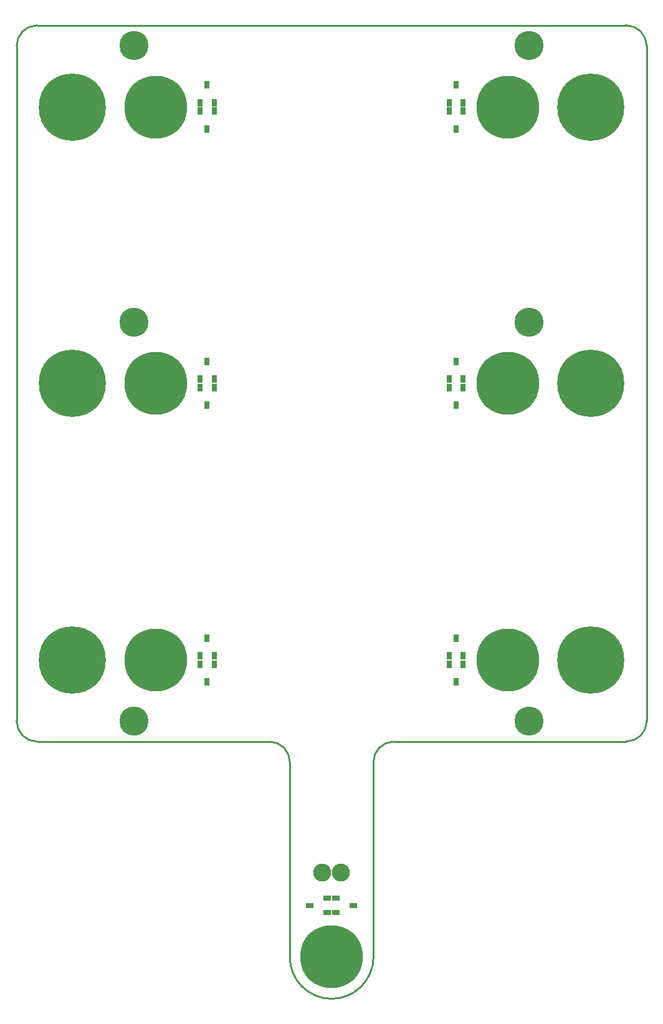
<source format=gbs>
G04 #@! TF.FileFunction,Soldermask,Bot*
%FSLAX46Y46*%
G04 Gerber Fmt 4.6, Leading zero omitted, Abs format (unit mm)*
G04 Created by KiCad (PCBNEW 0.201508110901+6083~28~ubuntu14.04.1-product) date Wed 12 Aug 2015 09:29:52 AM EDT*
%MOMM*%
G01*
G04 APERTURE LIST*
%ADD10C,0.100000*%
%ADD11C,0.228600*%
%ADD12C,9.112200*%
%ADD13C,8.528000*%
%ADD14C,3.956000*%
%ADD15C,2.438400*%
%ADD16R,1.102360X0.802640*%
%ADD17R,0.802640X1.102360*%
G04 APERTURE END LIST*
D10*
D11*
X87914480Y-151958040D02*
G75*
G03X99283520Y-151958040I5684520J0D01*
G01*
X99283520Y-125483620D02*
X99283520Y-151958040D01*
X87917020Y-125483620D02*
X87917020Y-151958040D01*
X102064820Y-122702320D02*
G75*
G03X99283520Y-125483620I0J-2781300D01*
G01*
X87917020Y-125483620D02*
G75*
G03X85135720Y-122702320I-2781300J0D01*
G01*
X102064820Y-122702320D02*
X133619240Y-122702320D01*
X53581300Y-122702320D02*
X85135720Y-122702320D01*
X53581300Y-25400000D02*
G75*
G03X50800000Y-28181300I0J-2781300D01*
G01*
X133619240Y-122702320D02*
G75*
G03X136400540Y-119921020I0J2781300D01*
G01*
X136400540Y-28181300D02*
X136400540Y-119921020D01*
X50800000Y-119921020D02*
G75*
G03X53581300Y-122702320I2781300J0D01*
G01*
X50800000Y-28181300D02*
X50800000Y-119921020D01*
X136400540Y-28181300D02*
G75*
G03X133619240Y-25400000I-2781300J0D01*
G01*
X53581300Y-25400000D02*
X133619240Y-25400000D01*
D12*
X128816000Y-111613000D03*
X128816000Y-74051200D03*
X128816000Y-36489600D03*
X58384400Y-111613000D03*
X58384400Y-74051200D03*
X58384400Y-36489600D03*
D13*
X69667100Y-36489600D03*
X117533000Y-36489600D03*
X69667100Y-74051200D03*
X117533000Y-74051200D03*
X69667100Y-111613000D03*
X117533000Y-111613000D03*
X93599000Y-151958000D03*
D14*
X120434000Y-119921000D03*
X66763900Y-119921000D03*
X120434000Y-65742800D03*
X66763900Y-65742800D03*
X120434000Y-28181300D03*
X66763900Y-28181300D03*
D15*
X94869000Y-140503000D03*
X92329000Y-140503000D03*
D16*
X94178120Y-145902960D03*
X94178120Y-144003040D03*
X96575880Y-144953000D03*
D17*
X111477960Y-35910480D03*
X109578040Y-35910480D03*
X110528000Y-33512720D03*
X111477960Y-73472080D03*
X109578040Y-73472080D03*
X110528000Y-71074320D03*
X111477960Y-111033880D03*
X109578040Y-111033880D03*
X110528000Y-108636120D03*
X77622360Y-35910480D03*
X75722440Y-35910480D03*
X76672400Y-33512720D03*
X77622360Y-73472080D03*
X75722440Y-73472080D03*
X76672400Y-71074320D03*
X77622360Y-111033880D03*
X75722440Y-111033880D03*
X76672400Y-108636120D03*
D16*
X93019880Y-144003040D03*
X93019880Y-145902960D03*
X90622120Y-144953000D03*
D17*
X109578040Y-37068720D03*
X111477960Y-37068720D03*
X110528000Y-39466480D03*
X109578040Y-74630320D03*
X111477960Y-74630320D03*
X110528000Y-77028080D03*
X109578040Y-112192120D03*
X111477960Y-112192120D03*
X110528000Y-114589880D03*
X75722440Y-37068720D03*
X77622360Y-37068720D03*
X76672400Y-39466480D03*
X75722440Y-74630320D03*
X77622360Y-74630320D03*
X76672400Y-77028080D03*
X75722440Y-112192120D03*
X77622360Y-112192120D03*
X76672400Y-114589880D03*
M02*

</source>
